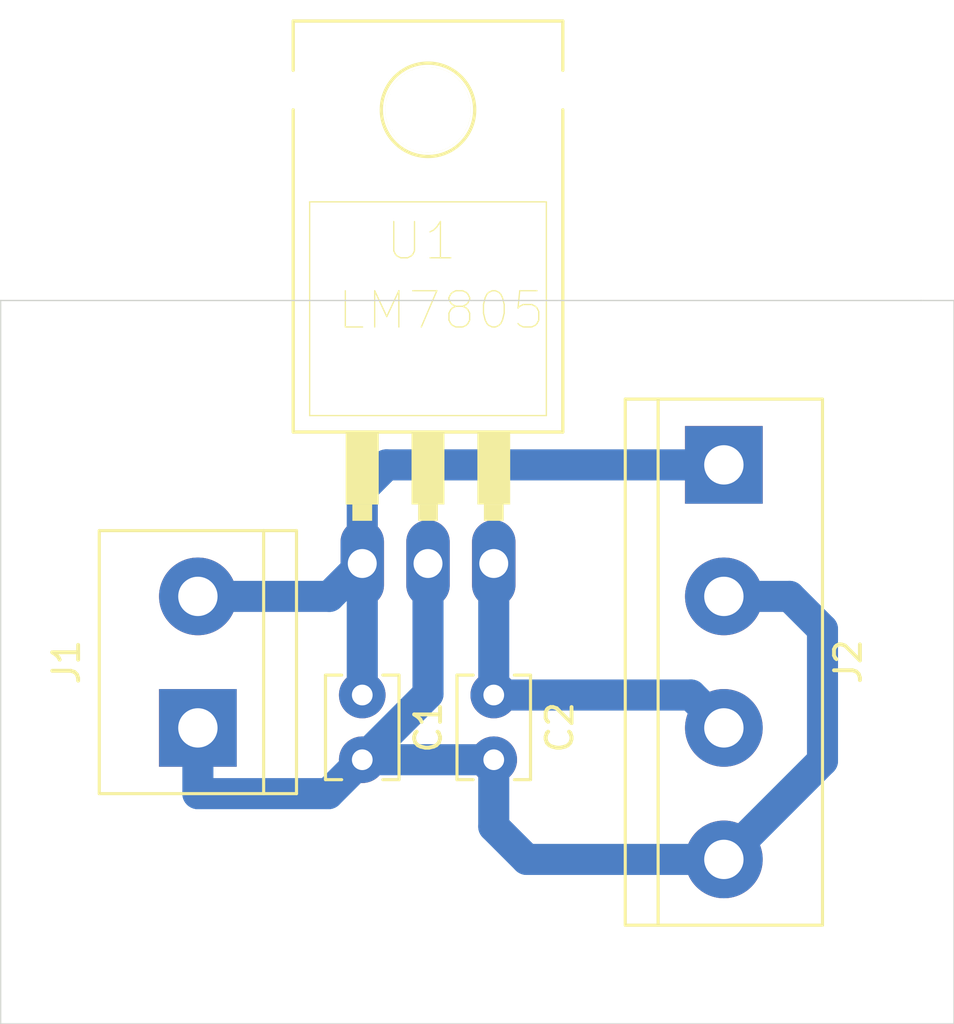
<source format=kicad_pcb>
(kicad_pcb (version 20171130) (host pcbnew "(5.1.2)-2")

  (general
    (thickness 1.6)
    (drawings 5)
    (tracks 22)
    (zones 0)
    (modules 5)
    (nets 4)
  )

  (page A4)
  (layers
    (0 F.Cu signal)
    (31 B.Cu signal)
    (32 B.Adhes user)
    (33 F.Adhes user)
    (34 B.Paste user)
    (35 F.Paste user)
    (36 B.SilkS user)
    (37 F.SilkS user)
    (38 B.Mask user)
    (39 F.Mask user)
    (40 Dwgs.User user)
    (41 Cmts.User user)
    (42 Eco1.User user)
    (43 Eco2.User user)
    (44 Edge.Cuts user)
    (45 Margin user)
    (46 B.CrtYd user)
    (47 F.CrtYd user)
    (48 B.Fab user)
    (49 F.Fab user)
  )

  (setup
    (last_trace_width 0.25)
    (user_trace_width 1.2)
    (trace_clearance 0.2)
    (zone_clearance 0.508)
    (zone_45_only no)
    (trace_min 0.2)
    (via_size 0.8)
    (via_drill 0.4)
    (via_min_size 0.4)
    (via_min_drill 0.3)
    (uvia_size 0.3)
    (uvia_drill 0.1)
    (uvias_allowed no)
    (uvia_min_size 0.2)
    (uvia_min_drill 0.1)
    (edge_width 0.05)
    (segment_width 0.2)
    (pcb_text_width 0.3)
    (pcb_text_size 1.5 1.5)
    (mod_edge_width 0.12)
    (mod_text_size 1 1)
    (mod_text_width 0.15)
    (pad_size 1.8 1.8)
    (pad_drill 0.8)
    (pad_to_mask_clearance 0.051)
    (solder_mask_min_width 0.25)
    (aux_axis_origin 0 0)
    (visible_elements 7FFFFFFF)
    (pcbplotparams
      (layerselection 0x010fc_ffffffff)
      (usegerberextensions true)
      (usegerberattributes false)
      (usegerberadvancedattributes false)
      (creategerberjobfile false)
      (excludeedgelayer true)
      (linewidth 0.100000)
      (plotframeref false)
      (viasonmask false)
      (mode 1)
      (useauxorigin false)
      (hpglpennumber 1)
      (hpglpenspeed 20)
      (hpglpendiameter 15.000000)
      (psnegative false)
      (psa4output false)
      (plotreference true)
      (plotvalue true)
      (plotinvisibletext false)
      (padsonsilk false)
      (subtractmaskfromsilk false)
      (outputformat 3)
      (mirror false)
      (drillshape 0)
      (scaleselection 1)
      (outputdirectory "../lm78_05_4/"))
  )

  (net 0 "")
  (net 1 "Net-(C1-Pad1)")
  (net 2 "Net-(C1-Pad2)")
  (net 3 "Net-(C2-Pad1)")

  (net_class Default "This is the default net class."
    (clearance 0.2)
    (trace_width 0.25)
    (via_dia 0.8)
    (via_drill 0.4)
    (uvia_dia 0.3)
    (uvia_drill 0.1)
    (add_net "Net-(C1-Pad1)")
    (add_net "Net-(C1-Pad2)")
    (add_net "Net-(C2-Pad1)")
  )

  (module Capacitor_THT:C_Disc_D3.8mm_W2.6mm_P2.50mm (layer F.Cu) (tedit 5D6BD237) (tstamp 5D6D7F75)
    (at 55.88 57.15 270)
    (descr "C, Disc series, Radial, pin pitch=2.50mm, , diameter*width=3.8*2.6mm^2, Capacitor, http://www.vishay.com/docs/45233/krseries.pdf")
    (tags "C Disc series Radial pin pitch 2.50mm  diameter 3.8mm width 2.6mm Capacitor")
    (path /5D6BC914)
    (fp_text reference C1 (at 1.25 -2.55 90) (layer F.SilkS)
      (effects (font (size 1 1) (thickness 0.15)))
    )
    (fp_text value C (at 1.25 2.55 90) (layer F.Fab)
      (effects (font (size 1 1) (thickness 0.15)))
    )
    (fp_line (start -0.65 -1.3) (end -0.65 1.3) (layer F.Fab) (width 0.1))
    (fp_line (start -0.65 1.3) (end 3.15 1.3) (layer F.Fab) (width 0.1))
    (fp_line (start 3.15 1.3) (end 3.15 -1.3) (layer F.Fab) (width 0.1))
    (fp_line (start 3.15 -1.3) (end -0.65 -1.3) (layer F.Fab) (width 0.1))
    (fp_line (start -0.77 -1.42) (end 3.27 -1.42) (layer F.SilkS) (width 0.12))
    (fp_line (start -0.77 1.42) (end 3.27 1.42) (layer F.SilkS) (width 0.12))
    (fp_line (start -0.77 -1.42) (end -0.77 -0.795) (layer F.SilkS) (width 0.12))
    (fp_line (start -0.77 0.795) (end -0.77 1.42) (layer F.SilkS) (width 0.12))
    (fp_line (start 3.27 -1.42) (end 3.27 -0.795) (layer F.SilkS) (width 0.12))
    (fp_line (start 3.27 0.795) (end 3.27 1.42) (layer F.SilkS) (width 0.12))
    (fp_line (start -1.05 -1.55) (end -1.05 1.55) (layer F.CrtYd) (width 0.05))
    (fp_line (start -1.05 1.55) (end 3.55 1.55) (layer F.CrtYd) (width 0.05))
    (fp_line (start 3.55 1.55) (end 3.55 -1.55) (layer F.CrtYd) (width 0.05))
    (fp_line (start 3.55 -1.55) (end -1.05 -1.55) (layer F.CrtYd) (width 0.05))
    (fp_text user %R (at 1.25 0 90) (layer F.Fab)
      (effects (font (size 0.76 0.76) (thickness 0.114)))
    )
    (pad 1 thru_hole circle (at 0 0 270) (size 1.8 1.8) (drill 0.8) (layers *.Cu *.Mask)
      (net 1 "Net-(C1-Pad1)"))
    (pad 2 thru_hole circle (at 2.5 0 270) (size 1.8 1.8) (drill 0.8) (layers *.Cu *.Mask)
      (net 2 "Net-(C1-Pad2)"))
    (model ${KISYS3DMOD}/Capacitor_THT.3dshapes/C_Disc_D3.8mm_W2.6mm_P2.50mm.wrl
      (at (xyz 0 0 0))
      (scale (xyz 1 1 1))
      (rotate (xyz 0 0 0))
    )
  )

  (module Capacitor_THT:C_Disc_D3.8mm_W2.6mm_P2.50mm (layer F.Cu) (tedit 5D6BD248) (tstamp 5D6D7F8A)
    (at 60.96 57.15 270)
    (descr "C, Disc series, Radial, pin pitch=2.50mm, , diameter*width=3.8*2.6mm^2, Capacitor, http://www.vishay.com/docs/45233/krseries.pdf")
    (tags "C Disc series Radial pin pitch 2.50mm  diameter 3.8mm width 2.6mm Capacitor")
    (path /5D6BCE12)
    (fp_text reference C2 (at 1.25 -2.55 90) (layer F.SilkS)
      (effects (font (size 1 1) (thickness 0.15)))
    )
    (fp_text value C (at 1.25 2.55 90) (layer F.Fab)
      (effects (font (size 1 1) (thickness 0.15)))
    )
    (fp_text user %R (at 1.25 0 90) (layer F.Fab)
      (effects (font (size 0.76 0.76) (thickness 0.114)))
    )
    (fp_line (start 3.55 -1.55) (end -1.05 -1.55) (layer F.CrtYd) (width 0.05))
    (fp_line (start 3.55 1.55) (end 3.55 -1.55) (layer F.CrtYd) (width 0.05))
    (fp_line (start -1.05 1.55) (end 3.55 1.55) (layer F.CrtYd) (width 0.05))
    (fp_line (start -1.05 -1.55) (end -1.05 1.55) (layer F.CrtYd) (width 0.05))
    (fp_line (start 3.27 0.795) (end 3.27 1.42) (layer F.SilkS) (width 0.12))
    (fp_line (start 3.27 -1.42) (end 3.27 -0.795) (layer F.SilkS) (width 0.12))
    (fp_line (start -0.77 0.795) (end -0.77 1.42) (layer F.SilkS) (width 0.12))
    (fp_line (start -0.77 -1.42) (end -0.77 -0.795) (layer F.SilkS) (width 0.12))
    (fp_line (start -0.77 1.42) (end 3.27 1.42) (layer F.SilkS) (width 0.12))
    (fp_line (start -0.77 -1.42) (end 3.27 -1.42) (layer F.SilkS) (width 0.12))
    (fp_line (start 3.15 -1.3) (end -0.65 -1.3) (layer F.Fab) (width 0.1))
    (fp_line (start 3.15 1.3) (end 3.15 -1.3) (layer F.Fab) (width 0.1))
    (fp_line (start -0.65 1.3) (end 3.15 1.3) (layer F.Fab) (width 0.1))
    (fp_line (start -0.65 -1.3) (end -0.65 1.3) (layer F.Fab) (width 0.1))
    (pad 2 thru_hole circle (at 2.5 0 270) (size 1.8 1.8) (drill 0.8) (layers *.Cu *.Mask)
      (net 2 "Net-(C1-Pad2)"))
    (pad 1 thru_hole circle (at 0 0 270) (size 1.8 1.8) (drill 0.8) (layers *.Cu *.Mask)
      (net 3 "Net-(C2-Pad1)"))
    (model ${KISYS3DMOD}/Capacitor_THT.3dshapes/C_Disc_D3.8mm_W2.6mm_P2.50mm.wrl
      (at (xyz 0 0 0))
      (scale (xyz 1 1 1))
      (rotate (xyz 0 0 0))
    )
  )

  (module TerminalBlock:TerminalBlock_bornier-2_P5.08mm (layer F.Cu) (tedit 59FF03AB) (tstamp 5D6D7F9F)
    (at 49.53 58.42 90)
    (descr "simple 2-pin terminal block, pitch 5.08mm, revamped version of bornier2")
    (tags "terminal block bornier2")
    (path /5D6BE63F)
    (fp_text reference J1 (at 2.54 -5.08 90) (layer F.SilkS)
      (effects (font (size 1 1) (thickness 0.15)))
    )
    (fp_text value Conn_01x02_Female (at 2.54 5.08 90) (layer F.Fab)
      (effects (font (size 1 1) (thickness 0.15)))
    )
    (fp_text user %R (at 2.54 0 90) (layer F.Fab)
      (effects (font (size 1 1) (thickness 0.15)))
    )
    (fp_line (start -2.41 2.55) (end 7.49 2.55) (layer F.Fab) (width 0.1))
    (fp_line (start -2.46 -3.75) (end -2.46 3.75) (layer F.Fab) (width 0.1))
    (fp_line (start -2.46 3.75) (end 7.54 3.75) (layer F.Fab) (width 0.1))
    (fp_line (start 7.54 3.75) (end 7.54 -3.75) (layer F.Fab) (width 0.1))
    (fp_line (start 7.54 -3.75) (end -2.46 -3.75) (layer F.Fab) (width 0.1))
    (fp_line (start 7.62 2.54) (end -2.54 2.54) (layer F.SilkS) (width 0.12))
    (fp_line (start 7.62 3.81) (end 7.62 -3.81) (layer F.SilkS) (width 0.12))
    (fp_line (start 7.62 -3.81) (end -2.54 -3.81) (layer F.SilkS) (width 0.12))
    (fp_line (start -2.54 -3.81) (end -2.54 3.81) (layer F.SilkS) (width 0.12))
    (fp_line (start -2.54 3.81) (end 7.62 3.81) (layer F.SilkS) (width 0.12))
    (fp_line (start -2.71 -4) (end 7.79 -4) (layer F.CrtYd) (width 0.05))
    (fp_line (start -2.71 -4) (end -2.71 4) (layer F.CrtYd) (width 0.05))
    (fp_line (start 7.79 4) (end 7.79 -4) (layer F.CrtYd) (width 0.05))
    (fp_line (start 7.79 4) (end -2.71 4) (layer F.CrtYd) (width 0.05))
    (pad 1 thru_hole rect (at 0 0 90) (size 3 3) (drill 1.52) (layers *.Cu *.Mask)
      (net 2 "Net-(C1-Pad2)"))
    (pad 2 thru_hole circle (at 5.08 0 90) (size 3 3) (drill 1.52) (layers *.Cu *.Mask)
      (net 1 "Net-(C1-Pad1)"))
    (model ${KISYS3DMOD}/TerminalBlock.3dshapes/TerminalBlock_bornier-2_P5.08mm.wrl
      (offset (xyz 2.539999961853027 0 0))
      (scale (xyz 1 1 1))
      (rotate (xyz 0 0 0))
    )
  )

  (module TerminalBlock:TerminalBlock_bornier-4_P5.08mm (layer F.Cu) (tedit 59FF03D1) (tstamp 5D6D7FB7)
    (at 69.85 48.26 270)
    (descr "simple 4-pin terminal block, pitch 5.08mm, revamped version of bornier4")
    (tags "terminal block bornier4")
    (path /5D6BF9F6)
    (fp_text reference J2 (at 7.6 -4.8 90) (layer F.SilkS)
      (effects (font (size 1 1) (thickness 0.15)))
    )
    (fp_text value Conn_01x04_Female (at 7.6 4.75 90) (layer F.Fab)
      (effects (font (size 1 1) (thickness 0.15)))
    )
    (fp_text user %R (at 7.62 0 90) (layer F.Fab)
      (effects (font (size 1 1) (thickness 0.15)))
    )
    (fp_line (start -2.48 2.55) (end 17.72 2.55) (layer F.Fab) (width 0.1))
    (fp_line (start -2.43 3.75) (end -2.48 3.75) (layer F.Fab) (width 0.1))
    (fp_line (start -2.48 3.75) (end -2.48 -3.75) (layer F.Fab) (width 0.1))
    (fp_line (start -2.48 -3.75) (end 17.72 -3.75) (layer F.Fab) (width 0.1))
    (fp_line (start 17.72 -3.75) (end 17.72 3.75) (layer F.Fab) (width 0.1))
    (fp_line (start 17.72 3.75) (end -2.43 3.75) (layer F.Fab) (width 0.1))
    (fp_line (start -2.54 -3.81) (end -2.54 3.81) (layer F.SilkS) (width 0.12))
    (fp_line (start 17.78 3.81) (end 17.78 -3.81) (layer F.SilkS) (width 0.12))
    (fp_line (start 17.78 2.54) (end -2.54 2.54) (layer F.SilkS) (width 0.12))
    (fp_line (start -2.54 -3.81) (end 17.78 -3.81) (layer F.SilkS) (width 0.12))
    (fp_line (start -2.54 3.81) (end 17.78 3.81) (layer F.SilkS) (width 0.12))
    (fp_line (start -2.73 -4) (end 17.97 -4) (layer F.CrtYd) (width 0.05))
    (fp_line (start -2.73 -4) (end -2.73 4) (layer F.CrtYd) (width 0.05))
    (fp_line (start 17.97 4) (end 17.97 -4) (layer F.CrtYd) (width 0.05))
    (fp_line (start 17.97 4) (end -2.73 4) (layer F.CrtYd) (width 0.05))
    (pad 2 thru_hole circle (at 5.08 0 270) (size 3 3) (drill 1.52) (layers *.Cu *.Mask)
      (net 2 "Net-(C1-Pad2)"))
    (pad 3 thru_hole circle (at 10.16 0 270) (size 3 3) (drill 1.52) (layers *.Cu *.Mask)
      (net 3 "Net-(C2-Pad1)"))
    (pad 1 thru_hole rect (at 0 0 270) (size 3 3) (drill 1.52) (layers *.Cu *.Mask)
      (net 1 "Net-(C1-Pad1)"))
    (pad 4 thru_hole circle (at 15.24 0 270) (size 3 3) (drill 1.52) (layers *.Cu *.Mask)
      (net 2 "Net-(C1-Pad2)"))
    (model ${KISYS3DMOD}/TerminalBlock.3dshapes/TerminalBlock_bornier-4_P5.08mm.wrl
      (offset (xyz 7.619999885559082 0 0))
      (scale (xyz 1 1 1))
      (rotate (xyz 0 0 0))
    )
  )

  (module LM7805:TO220 (layer F.Cu) (tedit 0) (tstamp 5D6D7FD8)
    (at 58.42 45.72)
    (descr "<b>TO 220 horizontal</b>")
    (path /5D6CE314)
    (fp_text reference U1 (at -0.25438 -6.10493) (layer F.SilkS)
      (effects (font (size 1.40205 1.40205) (thickness 0.05)))
    )
    (fp_text value LM7805 (at 0.508395 -3.4316) (layer F.SilkS)
      (effects (font (size 1.40106 1.40106) (thickness 0.05)))
    )
    (fp_line (start -5.207 1.27) (end 5.207 1.27) (layer F.SilkS) (width 0.127))
    (fp_line (start 5.207 -14.605) (end -5.207 -14.605) (layer F.SilkS) (width 0.127))
    (fp_line (start 5.207 1.27) (end 5.207 -11.176) (layer F.SilkS) (width 0.127))
    (fp_line (start 5.207 -12.7) (end 5.207 -14.605) (layer F.SilkS) (width 0.127))
    (fp_line (start -5.207 1.27) (end -5.207 -11.176) (layer F.SilkS) (width 0.127))
    (fp_line (start -5.207 -12.7) (end -5.207 -14.605) (layer F.SilkS) (width 0.127))
    (fp_line (start -4.572 0.635) (end 4.572 0.635) (layer F.SilkS) (width 0.0508))
    (fp_line (start 4.572 -7.62) (end 4.572 0.635) (layer F.SilkS) (width 0.0508))
    (fp_line (start 4.572 -7.62) (end -4.572 -7.62) (layer F.SilkS) (width 0.0508))
    (fp_line (start -4.572 0.635) (end -4.572 -7.62) (layer F.SilkS) (width 0.0508))
    (fp_circle (center 0 -11.176) (end 1.8034 -11.176) (layer F.SilkS) (width 0.127))
    (fp_circle (center 0 -11.176) (end 4.191 -11.176) (layer Dwgs.User) (width 0.1))
    (fp_circle (center 0 -11.176) (end 4.191 -11.176) (layer Dwgs.User) (width 0.1))
    (fp_text user 1 (at -3.18107 0) (layer Edge.Cuts)
      (effects (font (size 1 1) (thickness 0.05)))
    )
    (fp_text user 2 (at -0.635993 0) (layer Edge.Cuts)
      (effects (font (size 1 1) (thickness 0.05)))
    )
    (fp_text user 3 (at 1.90542 0) (layer Edge.Cuts)
      (effects (font (size 1 1) (thickness 0.05)))
    )
    (fp_poly (pts (xy 2.15974 4.064) (xy 2.921 4.064) (xy 2.921 4.70061) (xy 2.15974 4.70061)) (layer F.SilkS) (width 0))
    (fp_poly (pts (xy -0.381177 4.064) (xy 0.381 4.064) (xy 0.381 4.70119) (xy -0.381177 4.70119)) (layer F.SilkS) (width 0))
    (fp_poly (pts (xy -2.92229 4.064) (xy -2.159 4.064) (xy -2.159 4.70108) (xy -2.92229 4.70108)) (layer F.SilkS) (width 0))
    (fp_poly (pts (xy -3.18054 1.27) (xy -1.905 1.27) (xy -1.905 4.07109) (xy -3.18054 4.07109)) (layer F.SilkS) (width 0))
    (fp_poly (pts (xy -0.635881 1.27) (xy 0.635 1.27) (xy 0.635 4.06964) (xy -0.635881 4.06964)) (layer F.SilkS) (width 0))
    (fp_poly (pts (xy 1.90713 1.27) (xy 3.175 1.27) (xy 3.175 4.06855) (xy 1.90713 4.06855)) (layer F.SilkS) (width 0))
    (fp_poly (pts (xy -2.92466 4.699) (xy -2.159 4.699) (xy -2.159 6.61228) (xy -2.92466 6.61228)) (layer Eco2.User) (width 0))
    (fp_poly (pts (xy -0.381734 4.699) (xy 0.381 4.699) (xy 0.381 6.61673) (xy -0.381734 6.61673)) (layer Eco2.User) (width 0))
    (fp_poly (pts (xy 2.16159 4.699) (xy 2.921 4.699) (xy 2.921 6.61192) (xy 2.16159 6.61192)) (layer Eco2.User) (width 0))
    (pad 1 thru_hole oval (at -2.54 6.35 90) (size 3.3528 1.6764) (drill 1.1176) (layers *.Cu *.Mask)
      (net 1 "Net-(C1-Pad1)"))
    (pad 2 thru_hole oval (at 0 6.35 90) (size 3.3528 1.6764) (drill 1.1176) (layers *.Cu *.Mask)
      (net 2 "Net-(C1-Pad2)"))
    (pad 3 thru_hole oval (at 2.54 6.35 90) (size 3.3528 1.6764) (drill 1.1176) (layers *.Cu *.Mask)
      (net 3 "Net-(C2-Pad1)"))
    (pad Hole np_thru_hole circle (at 0 -11.176) (size 3.302 3.302) (drill 3.302) (layers *.Cu *.Mask F.SilkS))
  )

  (gr_line (start 41.91 69.85) (end 41.91 41.91) (layer Edge.Cuts) (width 0.05) (tstamp 5D6D83A7))
  (gr_line (start 78.74 69.85) (end 41.91 69.85) (layer Edge.Cuts) (width 0.05))
  (gr_line (start 78.74 41.91) (end 78.74 69.85) (layer Edge.Cuts) (width 0.05))
  (gr_line (start 77.47 41.91) (end 78.74 41.91) (layer Edge.Cuts) (width 0.05))
  (gr_line (start 41.91 41.91) (end 77.47 41.91) (layer Edge.Cuts) (width 0.05))

  (segment (start 54.61 53.34) (end 55.88 52.07) (width 1.2) (layer B.Cu) (net 1))
  (segment (start 49.53 53.34) (end 54.61 53.34) (width 1.2) (layer B.Cu) (net 1))
  (segment (start 55.88 49.1936) (end 56.8136 48.26) (width 1.2) (layer B.Cu) (net 1))
  (segment (start 55.88 52.07) (end 55.88 49.1936) (width 1.2) (layer B.Cu) (net 1))
  (segment (start 56.8136 48.26) (end 69.85 48.26) (width 1.2) (layer B.Cu) (net 1))
  (segment (start 55.88 57.15) (end 55.88 52.07) (width 1.2) (layer B.Cu) (net 1))
  (segment (start 49.53 58.42) (end 49.53 60.96) (width 1.2) (layer B.Cu) (net 2))
  (segment (start 54.57 60.96) (end 55.88 59.65) (width 1.2) (layer B.Cu) (net 2))
  (segment (start 49.53 60.96) (end 54.57 60.96) (width 1.2) (layer B.Cu) (net 2))
  (segment (start 60.96 59.65) (end 55.88 59.65) (width 1.2) (layer B.Cu) (net 2))
  (segment (start 60.96 59.65) (end 60.96 62.23) (width 1.2) (layer B.Cu) (net 2))
  (segment (start 62.23 63.5) (end 69.85 63.5) (width 1.2) (layer B.Cu) (net 2))
  (segment (start 60.96 62.23) (end 62.23 63.5) (width 1.2) (layer B.Cu) (net 2))
  (segment (start 58.42 57.11) (end 55.88 59.65) (width 1.2) (layer B.Cu) (net 2))
  (segment (start 58.42 52.07) (end 58.42 57.11) (width 1.2) (layer B.Cu) (net 2))
  (segment (start 69.85 53.34) (end 72.39 53.34) (width 1.2) (layer B.Cu) (net 2))
  (segment (start 72.39 53.34) (end 73.66 54.61) (width 1.2) (layer B.Cu) (net 2))
  (segment (start 73.66 59.69) (end 69.85 63.5) (width 1.2) (layer B.Cu) (net 2))
  (segment (start 73.66 54.61) (end 73.66 59.69) (width 1.2) (layer B.Cu) (net 2))
  (segment (start 68.58 57.15) (end 69.85 58.42) (width 1.2) (layer B.Cu) (net 3))
  (segment (start 60.96 57.15) (end 68.58 57.15) (width 1.2) (layer B.Cu) (net 3))
  (segment (start 60.96 52.07) (end 60.96 57.15) (width 1.2) (layer B.Cu) (net 3))

)

</source>
